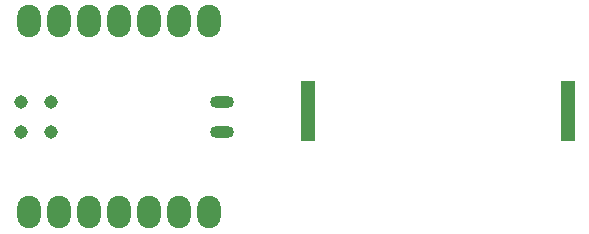
<source format=gbp>
%TF.GenerationSoftware,KiCad,Pcbnew,(5.1.12)-1*%
%TF.CreationDate,2021-12-05T03:49:59-08:00*%
%TF.ProjectId,orthodox_v3,6f727468-6f64-46f7-985f-76332e6b6963,rev?*%
%TF.SameCoordinates,Original*%
%TF.FileFunction,Paste,Bot*%
%TF.FilePolarity,Positive*%
%FSLAX46Y46*%
G04 Gerber Fmt 4.6, Leading zero omitted, Abs format (unit mm)*
G04 Created by KiCad (PCBNEW (5.1.12)-1) date 2021-12-05 03:49:59*
%MOMM*%
%LPD*%
G01*
G04 APERTURE LIST*
%ADD10O,1.998980X2.748280*%
%ADD11O,2.032000X1.016000*%
%ADD12C,1.143000*%
%ADD13R,1.270000X5.080000*%
G04 APERTURE END LIST*
D10*
%TO.C,U2*%
X31382180Y-92797680D03*
X33922180Y-92797680D03*
X36462180Y-92797680D03*
X39002180Y-92797680D03*
X41542180Y-92797680D03*
X44082180Y-92797680D03*
X46622180Y-92797680D03*
X46622180Y-76633120D03*
X44082180Y-76633120D03*
X41542180Y-76633120D03*
X39002180Y-76633120D03*
X36462180Y-76633120D03*
X33922180Y-76633120D03*
X31382180Y-76633120D03*
D11*
X47700000Y-83500000D03*
X47700000Y-86050000D03*
D12*
X30695813Y-83498803D03*
X30695813Y-86038803D03*
X33235813Y-83498803D03*
X33235813Y-86038803D03*
%TD*%
D13*
%TO.C,BT2*%
X76985000Y-84200000D03*
X55015000Y-84200000D03*
%TD*%
M02*

</source>
